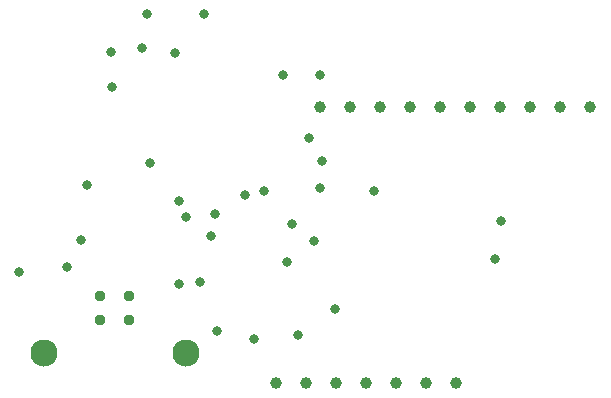
<source format=gbr>
%TF.GenerationSoftware,KiCad,Pcbnew,8.0.2*%
%TF.CreationDate,2025-05-16T12:47:24+07:00*%
%TF.ProjectId,hokushime-db9-to-rs232,686f6b75-7368-4696-9d65-2d6462392d74,rev?*%
%TF.SameCoordinates,Original*%
%TF.FileFunction,Plated,1,2,PTH,Drill*%
%TF.FilePolarity,Positive*%
%FSLAX46Y46*%
G04 Gerber Fmt 4.6, Leading zero omitted, Abs format (unit mm)*
G04 Created by KiCad (PCBNEW 8.0.2) date 2025-05-16 12:47:24*
%MOMM*%
%LPD*%
G01*
G04 APERTURE LIST*
%TA.AperFunction,ViaDrill*%
%ADD10C,0.800000*%
%TD*%
%TA.AperFunction,ComponentDrill*%
%ADD11C,0.800000*%
%TD*%
%TA.AperFunction,ComponentDrill*%
%ADD12C,0.950000*%
%TD*%
%TA.AperFunction,ComponentDrill*%
%ADD13C,1.000000*%
%TD*%
%TA.AperFunction,ComponentDrill*%
%ADD14C,2.300000*%
%TD*%
G04 APERTURE END LIST*
D10*
X129200000Y-101500000D03*
X133250000Y-101100000D03*
X134425000Y-98775000D03*
X134950000Y-94150000D03*
X137000000Y-82900000D03*
X137050000Y-85800000D03*
X139577737Y-82505088D03*
X140250000Y-92250000D03*
X142400000Y-82950000D03*
X142700000Y-95450000D03*
X142750000Y-102500000D03*
X143334073Y-96825208D03*
X144495772Y-102319219D03*
X145450000Y-98450000D03*
X145750000Y-96600000D03*
X145900000Y-106500000D03*
X148350000Y-95000000D03*
X149100000Y-107200000D03*
X149932871Y-94626374D03*
X151550000Y-84800000D03*
X151825000Y-100600000D03*
X152282539Y-97435969D03*
X152800000Y-106850000D03*
X153700000Y-90150000D03*
X154150000Y-98850000D03*
X154675000Y-94375000D03*
X154700000Y-84800000D03*
X154800000Y-92050000D03*
X155950000Y-104600000D03*
X159200000Y-94650000D03*
X169513868Y-100400972D03*
X169950000Y-97150000D03*
D11*
%TO.C,Y1*%
X139975000Y-79625001D03*
X144855000Y-79625001D03*
D12*
%TO.C,J2*%
X136025000Y-103525001D03*
X136025001Y-105525000D03*
X138525000Y-103525000D03*
X138525000Y-105525000D03*
D13*
%TO.C,J1*%
X150910001Y-110850001D03*
X153450002Y-110850001D03*
%TO.C,J3*%
X154700000Y-87500000D03*
%TO.C,J1*%
X155990002Y-110849998D03*
%TO.C,J3*%
X157240001Y-87500001D03*
%TO.C,J1*%
X158530001Y-110850001D03*
%TO.C,J3*%
X159780000Y-87500000D03*
%TO.C,J1*%
X161070001Y-110850001D03*
%TO.C,J3*%
X162320000Y-87500000D03*
%TO.C,J1*%
X163609997Y-110850000D03*
%TO.C,J3*%
X164859999Y-87500001D03*
%TO.C,J1*%
X166150001Y-110850001D03*
%TO.C,J3*%
X167399999Y-87500000D03*
X169940000Y-87500000D03*
X172480000Y-87500000D03*
X175020000Y-87500000D03*
X177559999Y-87500000D03*
D14*
%TO.C,J2*%
X131275000Y-108385001D03*
X143274999Y-108384998D03*
M02*

</source>
